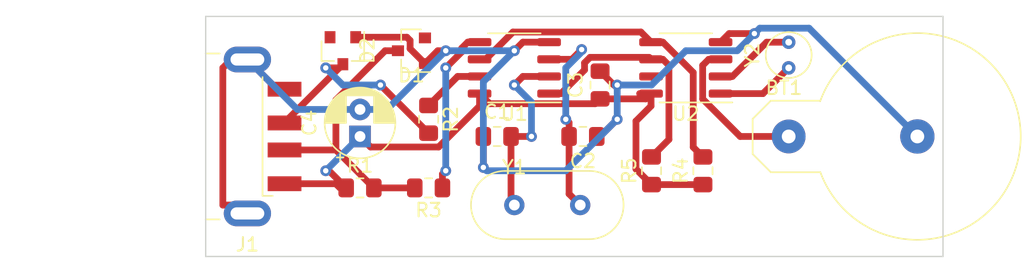
<source format=kicad_pcb>
(kicad_pcb (version 20171130) (host pcbnew 5.1.9-1.fc33)

  (general
    (thickness 1.6)
    (drawings 4)
    (tracks 142)
    (zones 0)
    (modules 17)
    (nets 15)
  )

  (page A4)
  (layers
    (0 F.Cu signal)
    (31 B.Cu signal)
    (33 F.Adhes user hide)
    (35 F.Paste user hide)
    (37 F.SilkS user hide)
    (38 B.Mask user hide)
    (39 F.Mask user hide)
    (40 Dwgs.User user hide)
    (41 Cmts.User user)
    (42 Eco1.User user)
    (43 Eco2.User user)
    (44 Edge.Cuts user)
    (45 Margin user)
    (46 B.CrtYd user)
    (47 F.CrtYd user)
    (49 F.Fab user)
  )

  (setup
    (last_trace_width 0.5)
    (user_trace_width 1)
    (trace_clearance 0.2)
    (zone_clearance 0.8)
    (zone_45_only no)
    (trace_min 0.2)
    (via_size 0.8)
    (via_drill 0.4)
    (via_min_size 0.4)
    (via_min_drill 0.3)
    (uvia_size 0.3)
    (uvia_drill 0.1)
    (uvias_allowed no)
    (uvia_min_size 0.2)
    (uvia_min_drill 0.1)
    (edge_width 0.15)
    (segment_width 0.2)
    (pcb_text_width 0.3)
    (pcb_text_size 1.5 1.5)
    (mod_edge_width 0.15)
    (mod_text_size 1 1)
    (mod_text_width 0.15)
    (pad_size 2.2 2.2)
    (pad_drill 2.2)
    (pad_to_mask_clearance 0.2)
    (solder_mask_min_width 0.25)
    (aux_axis_origin 29.21 146.05)
    (grid_origin 29.21 146.05)
    (visible_elements FFFFFF7F)
    (pcbplotparams
      (layerselection 0x010e0_ffffffff)
      (usegerberextensions true)
      (usegerberattributes false)
      (usegerberadvancedattributes false)
      (creategerberjobfile false)
      (excludeedgelayer true)
      (linewidth 0.100000)
      (plotframeref false)
      (viasonmask false)
      (mode 1)
      (useauxorigin false)
      (hpglpennumber 1)
      (hpglpenspeed 20)
      (hpglpendiameter 15.000000)
      (psnegative false)
      (psa4output false)
      (plotreference true)
      (plotvalue true)
      (plotinvisibletext false)
      (padsonsilk true)
      (subtractmaskfromsilk false)
      (outputformat 1)
      (mirror false)
      (drillshape 0)
      (scaleselection 1)
      (outputdirectory "gerber/"))
  )

  (net 0 "")
  (net 1 "Net-(BT1-Pad1)")
  (net 2 GND)
  (net 3 "Net-(C1-Pad2)")
  (net 4 "Net-(C2-Pad2)")
  (net 5 "Net-(D1-Pad1)")
  (net 6 "Net-(D2-Pad1)")
  (net 7 +5V)
  (net 8 "Net-(R2-Pad1)")
  (net 9 "Net-(R3-Pad1)")
  (net 10 /SDA_5V)
  (net 11 /SCL_5V)
  (net 12 "Net-(U2-Pad7)")
  (net 13 "Net-(U2-Pad2)")
  (net 14 "Net-(U2-Pad1)")

  (net_class Default "This is the default net class."
    (clearance 0.2)
    (trace_width 0.5)
    (via_dia 0.8)
    (via_drill 0.4)
    (uvia_dia 0.3)
    (uvia_drill 0.1)
    (diff_pair_width 0.5)
    (diff_pair_gap 0.25)
    (add_net +5V)
    (add_net /SCL_5V)
    (add_net /SDA_5V)
    (add_net GND)
    (add_net "Net-(BT1-Pad1)")
    (add_net "Net-(C1-Pad2)")
    (add_net "Net-(C2-Pad2)")
    (add_net "Net-(D1-Pad1)")
    (add_net "Net-(D2-Pad1)")
    (add_net "Net-(R2-Pad1)")
    (add_net "Net-(R3-Pad1)")
    (add_net "Net-(U2-Pad1)")
    (add_net "Net-(U2-Pad2)")
    (add_net "Net-(U2-Pad7)")
  )

  (net_class Normal ""
    (clearance 0.2)
    (trace_width 1)
    (via_dia 0.8)
    (via_drill 0.4)
    (uvia_dia 0.3)
    (uvia_drill 0.1)
    (diff_pair_width 0.5)
    (diff_pair_gap 0.25)
  )

  (module Crystal:Crystal_HC49-U_Vertical (layer F.Cu) (tedit 5A1AD3B8) (tstamp 5F20E61A)
    (at 52.07 142.24)
    (descr "Crystal THT HC-49/U http://5hertz.com/pdfs/04404_D.pdf")
    (tags "THT crystalHC-49/U")
    (path /5BB3E335)
    (fp_text reference Y1 (at 0 -2.8) (layer F.SilkS)
      (effects (font (size 1 1) (thickness 0.15)))
    )
    (fp_text value 12Mhz (at 0 2.8) (layer F.Fab)
      (effects (font (size 1 1) (thickness 0.15)))
    )
    (fp_arc (start 5.565 0) (end 5.565 -2.525) (angle 180) (layer F.SilkS) (width 0.12))
    (fp_arc (start -0.685 0) (end -0.685 -2.525) (angle -180) (layer F.SilkS) (width 0.12))
    (fp_arc (start 5.44 0) (end 5.44 -2) (angle 180) (layer F.Fab) (width 0.1))
    (fp_arc (start -0.56 0) (end -0.56 -2) (angle -180) (layer F.Fab) (width 0.1))
    (fp_arc (start 5.565 0) (end 5.565 -2.325) (angle 180) (layer F.Fab) (width 0.1))
    (fp_arc (start -0.685 0) (end -0.685 -2.325) (angle -180) (layer F.Fab) (width 0.1))
    (fp_text user %R (at 0 0) (layer F.Fab)
      (effects (font (size 1 1) (thickness 0.15)))
    )
    (fp_line (start -0.685 -2.325) (end 5.565 -2.325) (layer F.Fab) (width 0.1))
    (fp_line (start -0.685 2.325) (end 5.565 2.325) (layer F.Fab) (width 0.1))
    (fp_line (start -0.56 -2) (end 5.44 -2) (layer F.Fab) (width 0.1))
    (fp_line (start -0.56 2) (end 5.44 2) (layer F.Fab) (width 0.1))
    (fp_line (start -0.685 -2.525) (end 5.565 -2.525) (layer F.SilkS) (width 0.12))
    (fp_line (start -0.685 2.525) (end 5.565 2.525) (layer F.SilkS) (width 0.12))
    (fp_line (start -3.5 -2.8) (end -3.5 2.8) (layer F.CrtYd) (width 0.05))
    (fp_line (start -3.5 2.8) (end 8.4 2.8) (layer F.CrtYd) (width 0.05))
    (fp_line (start 8.4 2.8) (end 8.4 -2.8) (layer F.CrtYd) (width 0.05))
    (fp_line (start 8.4 -2.8) (end -3.5 -2.8) (layer F.CrtYd) (width 0.05))
    (pad 2 thru_hole circle (at 4.88 0) (size 1.5 1.5) (drill 0.8) (layers *.Cu *.Mask)
      (net 4 "Net-(C2-Pad2)"))
    (pad 1 thru_hole circle (at 0 0) (size 1.5 1.5) (drill 0.8) (layers *.Cu *.Mask)
      (net 3 "Net-(C1-Pad2)"))
    (model ${KISYS3DMOD}/Crystal.3dshapes/Crystal_HC49-U_Vertical.wrl
      (at (xyz 0 0 0))
      (scale (xyz 1 1 1))
      (rotate (xyz 0 0 0))
    )
  )

  (module Capacitor_SMD:C_0805_2012Metric_Pad1.15x1.40mm_HandSolder (layer F.Cu) (tedit 5B36C52B) (tstamp 5F20D1C1)
    (at 58.42 133.35 90)
    (descr "Capacitor SMD 0805 (2012 Metric), square (rectangular) end terminal, IPC_7351 nominal with elongated pad for handsoldering. (Body size source: https://docs.google.com/spreadsheets/d/1BsfQQcO9C6DZCsRaXUlFlo91Tg2WpOkGARC1WS5S8t0/edit?usp=sharing), generated with kicad-footprint-generator")
    (tags "capacitor handsolder")
    (path /5F2D344A)
    (attr smd)
    (fp_text reference C3 (at 0 -1.82 90) (layer F.SilkS)
      (effects (font (size 1 1) (thickness 0.15)))
    )
    (fp_text value 100nF (at 0 1.82 90) (layer F.Fab)
      (effects (font (size 1 1) (thickness 0.15)))
    )
    (fp_line (start 1.85 0.95) (end -1.85 0.95) (layer F.CrtYd) (width 0.05))
    (fp_line (start 1.85 -0.95) (end 1.85 0.95) (layer F.CrtYd) (width 0.05))
    (fp_line (start -1.85 -0.95) (end 1.85 -0.95) (layer F.CrtYd) (width 0.05))
    (fp_line (start -1.85 0.95) (end -1.85 -0.95) (layer F.CrtYd) (width 0.05))
    (fp_line (start -0.261252 0.71) (end 0.261252 0.71) (layer F.SilkS) (width 0.12))
    (fp_line (start -0.261252 -0.71) (end 0.261252 -0.71) (layer F.SilkS) (width 0.12))
    (fp_line (start 1 0.6) (end -1 0.6) (layer F.Fab) (width 0.1))
    (fp_line (start 1 -0.6) (end 1 0.6) (layer F.Fab) (width 0.1))
    (fp_line (start -1 -0.6) (end 1 -0.6) (layer F.Fab) (width 0.1))
    (fp_line (start -1 0.6) (end -1 -0.6) (layer F.Fab) (width 0.1))
    (fp_text user %R (at 0 0 90) (layer F.Fab)
      (effects (font (size 0.8 0.8) (thickness 0.12)))
    )
    (pad 2 smd roundrect (at 1.025 0 90) (size 1.15 1.4) (layers F.Cu F.Paste F.Mask) (roundrect_rratio 0.217391)
      (net 2 GND))
    (pad 1 smd roundrect (at -1.025 0 90) (size 1.15 1.4) (layers F.Cu F.Paste F.Mask) (roundrect_rratio 0.217391)
      (net 7 +5V))
    (model ${KISYS3DMOD}/Capacitor_SMD.3dshapes/C_0805_2012Metric.wrl
      (at (xyz 0 0 0))
      (scale (xyz 1 1 1))
      (rotate (xyz 0 0 0))
    )
  )

  (module Capacitor_SMD:C_0805_2012Metric_Pad1.15x1.40mm_HandSolder (layer F.Cu) (tedit 5B36C52B) (tstamp 5F20D1B0)
    (at 57.15 137.16 180)
    (descr "Capacitor SMD 0805 (2012 Metric), square (rectangular) end terminal, IPC_7351 nominal with elongated pad for handsoldering. (Body size source: https://docs.google.com/spreadsheets/d/1BsfQQcO9C6DZCsRaXUlFlo91Tg2WpOkGARC1WS5S8t0/edit?usp=sharing), generated with kicad-footprint-generator")
    (tags "capacitor handsolder")
    (path /5BB3E48C)
    (attr smd)
    (fp_text reference C2 (at 0 -1.82) (layer F.SilkS)
      (effects (font (size 1 1) (thickness 0.15)))
    )
    (fp_text value 22p (at 0 1.82) (layer F.Fab)
      (effects (font (size 1 1) (thickness 0.15)))
    )
    (fp_line (start 1.85 0.95) (end -1.85 0.95) (layer F.CrtYd) (width 0.05))
    (fp_line (start 1.85 -0.95) (end 1.85 0.95) (layer F.CrtYd) (width 0.05))
    (fp_line (start -1.85 -0.95) (end 1.85 -0.95) (layer F.CrtYd) (width 0.05))
    (fp_line (start -1.85 0.95) (end -1.85 -0.95) (layer F.CrtYd) (width 0.05))
    (fp_line (start -0.261252 0.71) (end 0.261252 0.71) (layer F.SilkS) (width 0.12))
    (fp_line (start -0.261252 -0.71) (end 0.261252 -0.71) (layer F.SilkS) (width 0.12))
    (fp_line (start 1 0.6) (end -1 0.6) (layer F.Fab) (width 0.1))
    (fp_line (start 1 -0.6) (end 1 0.6) (layer F.Fab) (width 0.1))
    (fp_line (start -1 -0.6) (end 1 -0.6) (layer F.Fab) (width 0.1))
    (fp_line (start -1 0.6) (end -1 -0.6) (layer F.Fab) (width 0.1))
    (fp_text user %R (at 0 0) (layer F.Fab)
      (effects (font (size 0.8 0.8) (thickness 0.12)))
    )
    (pad 2 smd roundrect (at 1.025 0 180) (size 1.15 1.4) (layers F.Cu F.Paste F.Mask) (roundrect_rratio 0.217391)
      (net 4 "Net-(C2-Pad2)"))
    (pad 1 smd roundrect (at -1.025 0 180) (size 1.15 1.4) (layers F.Cu F.Paste F.Mask) (roundrect_rratio 0.217391)
      (net 2 GND))
    (model ${KISYS3DMOD}/Capacitor_SMD.3dshapes/C_0805_2012Metric.wrl
      (at (xyz 0 0 0))
      (scale (xyz 1 1 1))
      (rotate (xyz 0 0 0))
    )
  )

  (module Capacitor_SMD:C_0805_2012Metric_Pad1.15x1.40mm_HandSolder (layer F.Cu) (tedit 5B36C52B) (tstamp 5F20D19F)
    (at 50.8 137.16)
    (descr "Capacitor SMD 0805 (2012 Metric), square (rectangular) end terminal, IPC_7351 nominal with elongated pad for handsoldering. (Body size source: https://docs.google.com/spreadsheets/d/1BsfQQcO9C6DZCsRaXUlFlo91Tg2WpOkGARC1WS5S8t0/edit?usp=sharing), generated with kicad-footprint-generator")
    (tags "capacitor handsolder")
    (path /5BB3E432)
    (attr smd)
    (fp_text reference C1 (at 0 -1.82) (layer F.SilkS)
      (effects (font (size 1 1) (thickness 0.15)))
    )
    (fp_text value 22p (at 0 1.82) (layer F.Fab)
      (effects (font (size 1 1) (thickness 0.15)))
    )
    (fp_line (start 1.85 0.95) (end -1.85 0.95) (layer F.CrtYd) (width 0.05))
    (fp_line (start 1.85 -0.95) (end 1.85 0.95) (layer F.CrtYd) (width 0.05))
    (fp_line (start -1.85 -0.95) (end 1.85 -0.95) (layer F.CrtYd) (width 0.05))
    (fp_line (start -1.85 0.95) (end -1.85 -0.95) (layer F.CrtYd) (width 0.05))
    (fp_line (start -0.261252 0.71) (end 0.261252 0.71) (layer F.SilkS) (width 0.12))
    (fp_line (start -0.261252 -0.71) (end 0.261252 -0.71) (layer F.SilkS) (width 0.12))
    (fp_line (start 1 0.6) (end -1 0.6) (layer F.Fab) (width 0.1))
    (fp_line (start 1 -0.6) (end 1 0.6) (layer F.Fab) (width 0.1))
    (fp_line (start -1 -0.6) (end 1 -0.6) (layer F.Fab) (width 0.1))
    (fp_line (start -1 0.6) (end -1 -0.6) (layer F.Fab) (width 0.1))
    (fp_text user %R (at 0 0) (layer F.Fab)
      (effects (font (size 0.8 0.8) (thickness 0.12)))
    )
    (pad 2 smd roundrect (at 1.025 0) (size 1.15 1.4) (layers F.Cu F.Paste F.Mask) (roundrect_rratio 0.217391)
      (net 3 "Net-(C1-Pad2)"))
    (pad 1 smd roundrect (at -1.025 0) (size 1.15 1.4) (layers F.Cu F.Paste F.Mask) (roundrect_rratio 0.217391)
      (net 2 GND))
    (model ${KISYS3DMOD}/Capacitor_SMD.3dshapes/C_0805_2012Metric.wrl
      (at (xyz 0 0 0))
      (scale (xyz 1 1 1))
      (rotate (xyz 0 0 0))
    )
  )

  (module Diode_SMD:D_SOT-23_ANK (layer F.Cu) (tedit 587CCEF9) (tstamp 5F20D26A)
    (at 39.37 130.81 270)
    (descr "SOT-23, Single Diode")
    (tags SOT-23)
    (path /5BB3ECD9)
    (attr smd)
    (fp_text reference D2 (at 0 -1.82 90) (layer F.SilkS)
      (effects (font (size 1 1) (thickness 0.15)))
    )
    (fp_text value 3V6 (at 0 1.82 90) (layer F.Fab)
      (effects (font (size 1 1) (thickness 0.15)))
    )
    (fp_line (start 0.76 1.58) (end -0.7 1.58) (layer F.SilkS) (width 0.12))
    (fp_line (start -0.7 -1.52) (end -0.7 1.52) (layer F.Fab) (width 0.1))
    (fp_line (start -0.7 -1.52) (end 0.7 -1.52) (layer F.Fab) (width 0.1))
    (fp_line (start 0.76 -1.58) (end -1.4 -1.58) (layer F.SilkS) (width 0.12))
    (fp_line (start -1.7 1.75) (end -1.7 -1.75) (layer F.CrtYd) (width 0.05))
    (fp_line (start 1.7 1.75) (end -1.7 1.75) (layer F.CrtYd) (width 0.05))
    (fp_line (start 1.7 -1.75) (end 1.7 1.75) (layer F.CrtYd) (width 0.05))
    (fp_line (start -1.7 -1.75) (end 1.7 -1.75) (layer F.CrtYd) (width 0.05))
    (fp_line (start -0.7 1.52) (end 0.7 1.52) (layer F.Fab) (width 0.1))
    (fp_line (start 0.7 -1.52) (end 0.7 1.52) (layer F.Fab) (width 0.1))
    (fp_line (start 0.76 -1.58) (end 0.76 -0.65) (layer F.SilkS) (width 0.12))
    (fp_line (start 0.76 1.58) (end 0.76 0.65) (layer F.SilkS) (width 0.12))
    (fp_line (start 0.15 -0.65) (end 0.15 -0.25) (layer F.Fab) (width 0.1))
    (fp_line (start 0.15 -0.45) (end 0.4 -0.45) (layer F.Fab) (width 0.1))
    (fp_line (start 0.15 -0.45) (end -0.15 -0.65) (layer F.Fab) (width 0.1))
    (fp_line (start -0.15 -0.65) (end -0.15 -0.25) (layer F.Fab) (width 0.1))
    (fp_line (start -0.15 -0.25) (end 0.15 -0.45) (layer F.Fab) (width 0.1))
    (fp_line (start -0.15 -0.45) (end -0.4 -0.45) (layer F.Fab) (width 0.1))
    (fp_text user %R (at 0 0 90) (layer F.Fab)
      (effects (font (size 0.8 0.8) (thickness 0.12)))
    )
    (pad 1 smd rect (at 1 0 270) (size 0.9 0.8) (layers F.Cu F.Paste F.Mask)
      (net 6 "Net-(D2-Pad1)"))
    (pad "" smd rect (at -1 0.95 270) (size 0.9 0.8) (layers F.Cu F.Paste F.Mask))
    (pad 2 smd rect (at -1 -0.95 270) (size 0.9 0.8) (layers F.Cu F.Paste F.Mask)
      (net 2 GND))
    (model ${KISYS3DMOD}/Diode_SMD.3dshapes/D_SOT-23.wrl
      (at (xyz 0 0 0))
      (scale (xyz 1 1 1))
      (rotate (xyz 0 0 0))
    )
  )

  (module Diode_SMD:D_SOT-23_ANK (layer F.Cu) (tedit 587CCEF9) (tstamp 5F20D257)
    (at 44.45 130.81 180)
    (descr "SOT-23, Single Diode")
    (tags SOT-23)
    (path /5BB3ED55)
    (attr smd)
    (fp_text reference D1 (at 0 -1.82) (layer F.SilkS)
      (effects (font (size 1 1) (thickness 0.15)))
    )
    (fp_text value 3V6 (at 0 1.82) (layer F.Fab)
      (effects (font (size 1 1) (thickness 0.15)))
    )
    (fp_line (start 0.76 1.58) (end -0.7 1.58) (layer F.SilkS) (width 0.12))
    (fp_line (start -0.7 -1.52) (end -0.7 1.52) (layer F.Fab) (width 0.1))
    (fp_line (start -0.7 -1.52) (end 0.7 -1.52) (layer F.Fab) (width 0.1))
    (fp_line (start 0.76 -1.58) (end -1.4 -1.58) (layer F.SilkS) (width 0.12))
    (fp_line (start -1.7 1.75) (end -1.7 -1.75) (layer F.CrtYd) (width 0.05))
    (fp_line (start 1.7 1.75) (end -1.7 1.75) (layer F.CrtYd) (width 0.05))
    (fp_line (start 1.7 -1.75) (end 1.7 1.75) (layer F.CrtYd) (width 0.05))
    (fp_line (start -1.7 -1.75) (end 1.7 -1.75) (layer F.CrtYd) (width 0.05))
    (fp_line (start -0.7 1.52) (end 0.7 1.52) (layer F.Fab) (width 0.1))
    (fp_line (start 0.7 -1.52) (end 0.7 1.52) (layer F.Fab) (width 0.1))
    (fp_line (start 0.76 -1.58) (end 0.76 -0.65) (layer F.SilkS) (width 0.12))
    (fp_line (start 0.76 1.58) (end 0.76 0.65) (layer F.SilkS) (width 0.12))
    (fp_line (start 0.15 -0.65) (end 0.15 -0.25) (layer F.Fab) (width 0.1))
    (fp_line (start 0.15 -0.45) (end 0.4 -0.45) (layer F.Fab) (width 0.1))
    (fp_line (start 0.15 -0.45) (end -0.15 -0.65) (layer F.Fab) (width 0.1))
    (fp_line (start -0.15 -0.65) (end -0.15 -0.25) (layer F.Fab) (width 0.1))
    (fp_line (start -0.15 -0.25) (end 0.15 -0.45) (layer F.Fab) (width 0.1))
    (fp_line (start -0.15 -0.45) (end -0.4 -0.45) (layer F.Fab) (width 0.1))
    (fp_text user %R (at 0 0) (layer F.Fab)
      (effects (font (size 0.8 0.8) (thickness 0.12)))
    )
    (pad 1 smd rect (at 1 0 180) (size 0.9 0.8) (layers F.Cu F.Paste F.Mask)
      (net 5 "Net-(D1-Pad1)"))
    (pad "" smd rect (at -1 0.95 180) (size 0.9 0.8) (layers F.Cu F.Paste F.Mask))
    (pad 2 smd rect (at -1 -0.95 180) (size 0.9 0.8) (layers F.Cu F.Paste F.Mask)
      (net 2 GND))
    (model ${KISYS3DMOD}/Diode_SMD.3dshapes/D_SOT-23.wrl
      (at (xyz 0 0 0))
      (scale (xyz 1 1 1))
      (rotate (xyz 0 0 0))
    )
  )

  (module Resistor_SMD:R_0805_2012Metric_Pad1.15x1.40mm_HandSolder (layer F.Cu) (tedit 5B36C52B) (tstamp 5F20D303)
    (at 62.23 139.7 90)
    (descr "Resistor SMD 0805 (2012 Metric), square (rectangular) end terminal, IPC_7351 nominal with elongated pad for handsoldering. (Body size source: https://docs.google.com/spreadsheets/d/1BsfQQcO9C6DZCsRaXUlFlo91Tg2WpOkGARC1WS5S8t0/edit?usp=sharing), generated with kicad-footprint-generator")
    (tags "resistor handsolder")
    (path /5F215103)
    (attr smd)
    (fp_text reference R5 (at 0 -1.65 90) (layer F.SilkS)
      (effects (font (size 1 1) (thickness 0.15)))
    )
    (fp_text value 10k (at 0 1.65 90) (layer F.Fab)
      (effects (font (size 1 1) (thickness 0.15)))
    )
    (fp_line (start 1.85 0.95) (end -1.85 0.95) (layer F.CrtYd) (width 0.05))
    (fp_line (start 1.85 -0.95) (end 1.85 0.95) (layer F.CrtYd) (width 0.05))
    (fp_line (start -1.85 -0.95) (end 1.85 -0.95) (layer F.CrtYd) (width 0.05))
    (fp_line (start -1.85 0.95) (end -1.85 -0.95) (layer F.CrtYd) (width 0.05))
    (fp_line (start -0.261252 0.71) (end 0.261252 0.71) (layer F.SilkS) (width 0.12))
    (fp_line (start -0.261252 -0.71) (end 0.261252 -0.71) (layer F.SilkS) (width 0.12))
    (fp_line (start 1 0.6) (end -1 0.6) (layer F.Fab) (width 0.1))
    (fp_line (start 1 -0.6) (end 1 0.6) (layer F.Fab) (width 0.1))
    (fp_line (start -1 -0.6) (end 1 -0.6) (layer F.Fab) (width 0.1))
    (fp_line (start -1 0.6) (end -1 -0.6) (layer F.Fab) (width 0.1))
    (fp_text user %R (at 0 0 90) (layer F.Fab)
      (effects (font (size 0.5 0.5) (thickness 0.08)))
    )
    (pad 2 smd roundrect (at 1.025 0 90) (size 1.15 1.4) (layers F.Cu F.Paste F.Mask) (roundrect_rratio 0.217391)
      (net 11 /SCL_5V))
    (pad 1 smd roundrect (at -1.025 0 90) (size 1.15 1.4) (layers F.Cu F.Paste F.Mask) (roundrect_rratio 0.217391)
      (net 7 +5V))
    (model ${KISYS3DMOD}/Resistor_SMD.3dshapes/R_0805_2012Metric.wrl
      (at (xyz 0 0 0))
      (scale (xyz 1 1 1))
      (rotate (xyz 0 0 0))
    )
  )

  (module Resistor_SMD:R_0805_2012Metric_Pad1.15x1.40mm_HandSolder (layer F.Cu) (tedit 5B36C52B) (tstamp 5F20D2F2)
    (at 66.04 139.7 90)
    (descr "Resistor SMD 0805 (2012 Metric), square (rectangular) end terminal, IPC_7351 nominal with elongated pad for handsoldering. (Body size source: https://docs.google.com/spreadsheets/d/1BsfQQcO9C6DZCsRaXUlFlo91Tg2WpOkGARC1WS5S8t0/edit?usp=sharing), generated with kicad-footprint-generator")
    (tags "resistor handsolder")
    (path /5F2166EB)
    (attr smd)
    (fp_text reference R4 (at 0 -1.65 90) (layer F.SilkS)
      (effects (font (size 1 1) (thickness 0.15)))
    )
    (fp_text value 10k (at 0 1.65 90) (layer F.Fab)
      (effects (font (size 1 1) (thickness 0.15)))
    )
    (fp_line (start 1.85 0.95) (end -1.85 0.95) (layer F.CrtYd) (width 0.05))
    (fp_line (start 1.85 -0.95) (end 1.85 0.95) (layer F.CrtYd) (width 0.05))
    (fp_line (start -1.85 -0.95) (end 1.85 -0.95) (layer F.CrtYd) (width 0.05))
    (fp_line (start -1.85 0.95) (end -1.85 -0.95) (layer F.CrtYd) (width 0.05))
    (fp_line (start -0.261252 0.71) (end 0.261252 0.71) (layer F.SilkS) (width 0.12))
    (fp_line (start -0.261252 -0.71) (end 0.261252 -0.71) (layer F.SilkS) (width 0.12))
    (fp_line (start 1 0.6) (end -1 0.6) (layer F.Fab) (width 0.1))
    (fp_line (start 1 -0.6) (end 1 0.6) (layer F.Fab) (width 0.1))
    (fp_line (start -1 -0.6) (end 1 -0.6) (layer F.Fab) (width 0.1))
    (fp_line (start -1 0.6) (end -1 -0.6) (layer F.Fab) (width 0.1))
    (fp_text user %R (at 0 0 90) (layer F.Fab)
      (effects (font (size 0.5 0.5) (thickness 0.08)))
    )
    (pad 2 smd roundrect (at 1.025 0 90) (size 1.15 1.4) (layers F.Cu F.Paste F.Mask) (roundrect_rratio 0.217391)
      (net 10 /SDA_5V))
    (pad 1 smd roundrect (at -1.025 0 90) (size 1.15 1.4) (layers F.Cu F.Paste F.Mask) (roundrect_rratio 0.217391)
      (net 7 +5V))
    (model ${KISYS3DMOD}/Resistor_SMD.3dshapes/R_0805_2012Metric.wrl
      (at (xyz 0 0 0))
      (scale (xyz 1 1 1))
      (rotate (xyz 0 0 0))
    )
  )

  (module Resistor_SMD:R_0805_2012Metric_Pad1.15x1.40mm_HandSolder (layer F.Cu) (tedit 5B36C52B) (tstamp 5F20D2E1)
    (at 45.72 140.97 180)
    (descr "Resistor SMD 0805 (2012 Metric), square (rectangular) end terminal, IPC_7351 nominal with elongated pad for handsoldering. (Body size source: https://docs.google.com/spreadsheets/d/1BsfQQcO9C6DZCsRaXUlFlo91Tg2WpOkGARC1WS5S8t0/edit?usp=sharing), generated with kicad-footprint-generator")
    (tags "resistor handsolder")
    (path /5BB3DD3F)
    (attr smd)
    (fp_text reference R3 (at 0 -1.65) (layer F.SilkS)
      (effects (font (size 1 1) (thickness 0.15)))
    )
    (fp_text value 68 (at 0 1.65) (layer F.Fab)
      (effects (font (size 1 1) (thickness 0.15)))
    )
    (fp_line (start 1.85 0.95) (end -1.85 0.95) (layer F.CrtYd) (width 0.05))
    (fp_line (start 1.85 -0.95) (end 1.85 0.95) (layer F.CrtYd) (width 0.05))
    (fp_line (start -1.85 -0.95) (end 1.85 -0.95) (layer F.CrtYd) (width 0.05))
    (fp_line (start -1.85 0.95) (end -1.85 -0.95) (layer F.CrtYd) (width 0.05))
    (fp_line (start -0.261252 0.71) (end 0.261252 0.71) (layer F.SilkS) (width 0.12))
    (fp_line (start -0.261252 -0.71) (end 0.261252 -0.71) (layer F.SilkS) (width 0.12))
    (fp_line (start 1 0.6) (end -1 0.6) (layer F.Fab) (width 0.1))
    (fp_line (start 1 -0.6) (end 1 0.6) (layer F.Fab) (width 0.1))
    (fp_line (start -1 -0.6) (end 1 -0.6) (layer F.Fab) (width 0.1))
    (fp_line (start -1 0.6) (end -1 -0.6) (layer F.Fab) (width 0.1))
    (fp_text user %R (at 0 0) (layer F.Fab)
      (effects (font (size 0.5 0.5) (thickness 0.08)))
    )
    (pad 2 smd roundrect (at 1.025 0 180) (size 1.15 1.4) (layers F.Cu F.Paste F.Mask) (roundrect_rratio 0.217391)
      (net 5 "Net-(D1-Pad1)"))
    (pad 1 smd roundrect (at -1.025 0 180) (size 1.15 1.4) (layers F.Cu F.Paste F.Mask) (roundrect_rratio 0.217391)
      (net 9 "Net-(R3-Pad1)"))
    (model ${KISYS3DMOD}/Resistor_SMD.3dshapes/R_0805_2012Metric.wrl
      (at (xyz 0 0 0))
      (scale (xyz 1 1 1))
      (rotate (xyz 0 0 0))
    )
  )

  (module Resistor_SMD:R_0805_2012Metric_Pad1.15x1.40mm_HandSolder (layer F.Cu) (tedit 5B36C52B) (tstamp 5F20D2D0)
    (at 45.72 135.89 270)
    (descr "Resistor SMD 0805 (2012 Metric), square (rectangular) end terminal, IPC_7351 nominal with elongated pad for handsoldering. (Body size source: https://docs.google.com/spreadsheets/d/1BsfQQcO9C6DZCsRaXUlFlo91Tg2WpOkGARC1WS5S8t0/edit?usp=sharing), generated with kicad-footprint-generator")
    (tags "resistor handsolder")
    (path /5BB3DD67)
    (attr smd)
    (fp_text reference R2 (at 0 -1.65 90) (layer F.SilkS)
      (effects (font (size 1 1) (thickness 0.15)))
    )
    (fp_text value 68 (at 0 1.65 90) (layer F.Fab)
      (effects (font (size 1 1) (thickness 0.15)))
    )
    (fp_line (start 1.85 0.95) (end -1.85 0.95) (layer F.CrtYd) (width 0.05))
    (fp_line (start 1.85 -0.95) (end 1.85 0.95) (layer F.CrtYd) (width 0.05))
    (fp_line (start -1.85 -0.95) (end 1.85 -0.95) (layer F.CrtYd) (width 0.05))
    (fp_line (start -1.85 0.95) (end -1.85 -0.95) (layer F.CrtYd) (width 0.05))
    (fp_line (start -0.261252 0.71) (end 0.261252 0.71) (layer F.SilkS) (width 0.12))
    (fp_line (start -0.261252 -0.71) (end 0.261252 -0.71) (layer F.SilkS) (width 0.12))
    (fp_line (start 1 0.6) (end -1 0.6) (layer F.Fab) (width 0.1))
    (fp_line (start 1 -0.6) (end 1 0.6) (layer F.Fab) (width 0.1))
    (fp_line (start -1 -0.6) (end 1 -0.6) (layer F.Fab) (width 0.1))
    (fp_line (start -1 0.6) (end -1 -0.6) (layer F.Fab) (width 0.1))
    (fp_text user %R (at 0 0 90) (layer F.Fab)
      (effects (font (size 0.5 0.5) (thickness 0.08)))
    )
    (pad 2 smd roundrect (at 1.025 0 270) (size 1.15 1.4) (layers F.Cu F.Paste F.Mask) (roundrect_rratio 0.217391)
      (net 6 "Net-(D2-Pad1)"))
    (pad 1 smd roundrect (at -1.025 0 270) (size 1.15 1.4) (layers F.Cu F.Paste F.Mask) (roundrect_rratio 0.217391)
      (net 8 "Net-(R2-Pad1)"))
    (model ${KISYS3DMOD}/Resistor_SMD.3dshapes/R_0805_2012Metric.wrl
      (at (xyz 0 0 0))
      (scale (xyz 1 1 1))
      (rotate (xyz 0 0 0))
    )
  )

  (module Resistor_SMD:R_0805_2012Metric_Pad1.15x1.40mm_HandSolder (layer F.Cu) (tedit 5B36C52B) (tstamp 5F20D2BF)
    (at 40.64 140.97)
    (descr "Resistor SMD 0805 (2012 Metric), square (rectangular) end terminal, IPC_7351 nominal with elongated pad for handsoldering. (Body size source: https://docs.google.com/spreadsheets/d/1BsfQQcO9C6DZCsRaXUlFlo91Tg2WpOkGARC1WS5S8t0/edit?usp=sharing), generated with kicad-footprint-generator")
    (tags "resistor handsolder")
    (path /5BB3EDCD)
    (attr smd)
    (fp_text reference R1 (at 0 -1.65) (layer F.SilkS)
      (effects (font (size 1 1) (thickness 0.15)))
    )
    (fp_text value 2K2 (at 0 1.65) (layer F.Fab)
      (effects (font (size 1 1) (thickness 0.15)))
    )
    (fp_line (start 1.85 0.95) (end -1.85 0.95) (layer F.CrtYd) (width 0.05))
    (fp_line (start 1.85 -0.95) (end 1.85 0.95) (layer F.CrtYd) (width 0.05))
    (fp_line (start -1.85 -0.95) (end 1.85 -0.95) (layer F.CrtYd) (width 0.05))
    (fp_line (start -1.85 0.95) (end -1.85 -0.95) (layer F.CrtYd) (width 0.05))
    (fp_line (start -0.261252 0.71) (end 0.261252 0.71) (layer F.SilkS) (width 0.12))
    (fp_line (start -0.261252 -0.71) (end 0.261252 -0.71) (layer F.SilkS) (width 0.12))
    (fp_line (start 1 0.6) (end -1 0.6) (layer F.Fab) (width 0.1))
    (fp_line (start 1 -0.6) (end 1 0.6) (layer F.Fab) (width 0.1))
    (fp_line (start -1 -0.6) (end 1 -0.6) (layer F.Fab) (width 0.1))
    (fp_line (start -1 0.6) (end -1 -0.6) (layer F.Fab) (width 0.1))
    (fp_text user %R (at 0 0) (layer F.Fab)
      (effects (font (size 0.5 0.5) (thickness 0.08)))
    )
    (pad 2 smd roundrect (at 1.025 0) (size 1.15 1.4) (layers F.Cu F.Paste F.Mask) (roundrect_rratio 0.217391)
      (net 5 "Net-(D1-Pad1)"))
    (pad 1 smd roundrect (at -1.025 0) (size 1.15 1.4) (layers F.Cu F.Paste F.Mask) (roundrect_rratio 0.217391)
      (net 7 +5V))
    (model ${KISYS3DMOD}/Resistor_SMD.3dshapes/R_0805_2012Metric.wrl
      (at (xyz 0 0 0))
      (scale (xyz 1 1 1))
      (rotate (xyz 0 0 0))
    )
  )

  (module Crystal:Crystal_Round_D3.0mm_Vertical (layer F.Cu) (tedit 5A0FD1B2) (tstamp 5F20D35D)
    (at 72.39 132.08 90)
    (descr "Crystal THT C38-LF 8.0mm length 3.0mm diameter")
    (tags ['C38-LF'])
    (path /5F243393)
    (fp_text reference Y2 (at 0.95 -2.7 90) (layer F.SilkS)
      (effects (font (size 1 1) (thickness 0.15)))
    )
    (fp_text value 32.768kHz (at 0.95 2.7 90) (layer F.Fab)
      (effects (font (size 1 1) (thickness 0.15)))
    )
    (fp_circle (center 0.95 0) (end 2.9 0) (layer F.CrtYd) (width 0.05))
    (fp_circle (center 0.95 0) (end 2.45 0) (layer F.Fab) (width 0.1))
    (fp_arc (start 0.95 0) (end -0.75 0) (angle -180) (layer F.SilkS) (width 0.12))
    (fp_arc (start 0.95 0) (end -0.75 0) (angle 180) (layer F.SilkS) (width 0.12))
    (fp_text user %R (at 0.95 0 90) (layer F.Fab)
      (effects (font (size 0.7 0.7) (thickness 0.105)))
    )
    (pad 2 thru_hole circle (at 1.9 0 90) (size 1 1) (drill 0.5) (layers *.Cu *.Mask)
      (net 13 "Net-(U2-Pad2)"))
    (pad 1 thru_hole circle (at 0 0 90) (size 1 1) (drill 0.5) (layers *.Cu *.Mask)
      (net 14 "Net-(U2-Pad1)"))
    (model ${KISYS3DMOD}/Crystal.3dshapes/Crystal_Round_D3.0mm_Vertical.wrl
      (at (xyz 0 0 0))
      (scale (xyz 1 1 1))
      (rotate (xyz 0 0 0))
    )
  )

  (module Package_SO:SO-8_3.9x4.9mm_P1.27mm (layer F.Cu) (tedit 5D9F72B1) (tstamp 5F20D337)
    (at 64.77 132.08 180)
    (descr "SO, 8 Pin (https://www.nxp.com/docs/en/data-sheet/PCF8523.pdf), generated with kicad-footprint-generator ipc_gullwing_generator.py")
    (tags "SO SO")
    (path /5F24197F)
    (attr smd)
    (fp_text reference U2 (at 0 -3.4) (layer F.SilkS)
      (effects (font (size 1 1) (thickness 0.15)))
    )
    (fp_text value DS1307+ (at 0 3.4) (layer F.Fab)
      (effects (font (size 1 1) (thickness 0.15)))
    )
    (fp_line (start 3.7 -2.7) (end -3.7 -2.7) (layer F.CrtYd) (width 0.05))
    (fp_line (start 3.7 2.7) (end 3.7 -2.7) (layer F.CrtYd) (width 0.05))
    (fp_line (start -3.7 2.7) (end 3.7 2.7) (layer F.CrtYd) (width 0.05))
    (fp_line (start -3.7 -2.7) (end -3.7 2.7) (layer F.CrtYd) (width 0.05))
    (fp_line (start -1.95 -1.475) (end -0.975 -2.45) (layer F.Fab) (width 0.1))
    (fp_line (start -1.95 2.45) (end -1.95 -1.475) (layer F.Fab) (width 0.1))
    (fp_line (start 1.95 2.45) (end -1.95 2.45) (layer F.Fab) (width 0.1))
    (fp_line (start 1.95 -2.45) (end 1.95 2.45) (layer F.Fab) (width 0.1))
    (fp_line (start -0.975 -2.45) (end 1.95 -2.45) (layer F.Fab) (width 0.1))
    (fp_line (start 0 -2.56) (end -3.45 -2.56) (layer F.SilkS) (width 0.12))
    (fp_line (start 0 -2.56) (end 1.95 -2.56) (layer F.SilkS) (width 0.12))
    (fp_line (start 0 2.56) (end -1.95 2.56) (layer F.SilkS) (width 0.12))
    (fp_line (start 0 2.56) (end 1.95 2.56) (layer F.SilkS) (width 0.12))
    (fp_text user %R (at 0 0) (layer F.Fab)
      (effects (font (size 0.98 0.98) (thickness 0.15)))
    )
    (pad 8 smd roundrect (at 2.575 -1.905 180) (size 1.75 0.6) (layers F.Cu F.Paste F.Mask) (roundrect_rratio 0.25)
      (net 7 +5V))
    (pad 7 smd roundrect (at 2.575 -0.635 180) (size 1.75 0.6) (layers F.Cu F.Paste F.Mask) (roundrect_rratio 0.25)
      (net 12 "Net-(U2-Pad7)"))
    (pad 6 smd roundrect (at 2.575 0.635 180) (size 1.75 0.6) (layers F.Cu F.Paste F.Mask) (roundrect_rratio 0.25)
      (net 11 /SCL_5V))
    (pad 5 smd roundrect (at 2.575 1.905 180) (size 1.75 0.6) (layers F.Cu F.Paste F.Mask) (roundrect_rratio 0.25)
      (net 10 /SDA_5V))
    (pad 4 smd roundrect (at -2.575 1.905 180) (size 1.75 0.6) (layers F.Cu F.Paste F.Mask) (roundrect_rratio 0.25)
      (net 2 GND))
    (pad 3 smd roundrect (at -2.575 0.635 180) (size 1.75 0.6) (layers F.Cu F.Paste F.Mask) (roundrect_rratio 0.25)
      (net 1 "Net-(BT1-Pad1)"))
    (pad 2 smd roundrect (at -2.575 -0.635 180) (size 1.75 0.6) (layers F.Cu F.Paste F.Mask) (roundrect_rratio 0.25)
      (net 13 "Net-(U2-Pad2)"))
    (pad 1 smd roundrect (at -2.575 -1.905 180) (size 1.75 0.6) (layers F.Cu F.Paste F.Mask) (roundrect_rratio 0.25)
      (net 14 "Net-(U2-Pad1)"))
    (model ${KISYS3DMOD}/Package_SO.3dshapes/SO-8_3.9x4.9mm_P1.27mm.wrl
      (at (xyz 0 0 0))
      (scale (xyz 1 1 1))
      (rotate (xyz 0 0 0))
    )
  )

  (module Package_SO:SO-8_3.9x4.9mm_P1.27mm (layer F.Cu) (tedit 5D9F72B1) (tstamp 5F20D31D)
    (at 52.07 132.08 180)
    (descr "SO, 8 Pin (https://www.nxp.com/docs/en/data-sheet/PCF8523.pdf), generated with kicad-footprint-generator ipc_gullwing_generator.py")
    (tags "SO SO")
    (path /5BB3EC12)
    (attr smd)
    (fp_text reference U1 (at 0 -3.4) (layer F.SilkS)
      (effects (font (size 1 1) (thickness 0.15)))
    )
    (fp_text value ATtiny45-20PU (at 0 3.4) (layer F.Fab)
      (effects (font (size 1 1) (thickness 0.15)))
    )
    (fp_line (start 3.7 -2.7) (end -3.7 -2.7) (layer F.CrtYd) (width 0.05))
    (fp_line (start 3.7 2.7) (end 3.7 -2.7) (layer F.CrtYd) (width 0.05))
    (fp_line (start -3.7 2.7) (end 3.7 2.7) (layer F.CrtYd) (width 0.05))
    (fp_line (start -3.7 -2.7) (end -3.7 2.7) (layer F.CrtYd) (width 0.05))
    (fp_line (start -1.95 -1.475) (end -0.975 -2.45) (layer F.Fab) (width 0.1))
    (fp_line (start -1.95 2.45) (end -1.95 -1.475) (layer F.Fab) (width 0.1))
    (fp_line (start 1.95 2.45) (end -1.95 2.45) (layer F.Fab) (width 0.1))
    (fp_line (start 1.95 -2.45) (end 1.95 2.45) (layer F.Fab) (width 0.1))
    (fp_line (start -0.975 -2.45) (end 1.95 -2.45) (layer F.Fab) (width 0.1))
    (fp_line (start 0 -2.56) (end -3.45 -2.56) (layer F.SilkS) (width 0.12))
    (fp_line (start 0 -2.56) (end 1.95 -2.56) (layer F.SilkS) (width 0.12))
    (fp_line (start 0 2.56) (end -1.95 2.56) (layer F.SilkS) (width 0.12))
    (fp_line (start 0 2.56) (end 1.95 2.56) (layer F.SilkS) (width 0.12))
    (fp_text user %R (at 0 0) (layer F.Fab)
      (effects (font (size 0.98 0.98) (thickness 0.15)))
    )
    (pad 8 smd roundrect (at 2.575 -1.905 180) (size 1.75 0.6) (layers F.Cu F.Paste F.Mask) (roundrect_rratio 0.25)
      (net 7 +5V))
    (pad 7 smd roundrect (at 2.575 -0.635 180) (size 1.75 0.6) (layers F.Cu F.Paste F.Mask) (roundrect_rratio 0.25)
      (net 8 "Net-(R2-Pad1)"))
    (pad 6 smd roundrect (at 2.575 0.635 180) (size 1.75 0.6) (layers F.Cu F.Paste F.Mask) (roundrect_rratio 0.25)
      (net 10 /SDA_5V))
    (pad 5 smd roundrect (at 2.575 1.905 180) (size 1.75 0.6) (layers F.Cu F.Paste F.Mask) (roundrect_rratio 0.25)
      (net 9 "Net-(R3-Pad1)"))
    (pad 4 smd roundrect (at -2.575 1.905 180) (size 1.75 0.6) (layers F.Cu F.Paste F.Mask) (roundrect_rratio 0.25)
      (net 2 GND))
    (pad 3 smd roundrect (at -2.575 0.635 180) (size 1.75 0.6) (layers F.Cu F.Paste F.Mask) (roundrect_rratio 0.25)
      (net 4 "Net-(C2-Pad2)"))
    (pad 2 smd roundrect (at -2.575 -0.635 180) (size 1.75 0.6) (layers F.Cu F.Paste F.Mask) (roundrect_rratio 0.25)
      (net 3 "Net-(C1-Pad2)"))
    (pad 1 smd roundrect (at -2.575 -1.905 180) (size 1.75 0.6) (layers F.Cu F.Paste F.Mask) (roundrect_rratio 0.25)
      (net 11 /SCL_5V))
    (model ${KISYS3DMOD}/Package_SO.3dshapes/SO-8_3.9x4.9mm_P1.27mm.wrl
      (at (xyz 0 0 0))
      (scale (xyz 1 1 1))
      (rotate (xyz 0 0 0))
    )
  )

  (module Connector_USB:USB_A_CNCTech_1001-011-01101_Horizontal (layer F.Cu) (tedit 5E754393) (tstamp 5F20D29E)
    (at 25.4 137.16 180)
    (descr "USB type A Plug, Horizontal, http://cnctech.us/pdfs/1001-011-01101.pdf")
    (tags USB-A)
    (path /5F21A3B3)
    (attr smd)
    (fp_text reference J1 (at -6.9 -8) (layer F.SilkS)
      (effects (font (size 1 1) (thickness 0.15)))
    )
    (fp_text value USB_A (at 0 8 180) (layer F.Fab)
      (effects (font (size 1 1) (thickness 0.15)))
    )
    (fp_line (start -7.25 -4) (end -7.25 -3.05) (layer F.Fab) (width 0.1))
    (fp_line (start -7.75 -3.5) (end -7.25 -4) (layer F.Fab) (width 0.1))
    (fp_line (start -7.75 -3.5) (end -7.25 -3) (layer F.Fab) (width 0.1))
    (fp_line (start -8.02 -4.4) (end -8.775 -4.4) (layer F.SilkS) (width 0.12))
    (fp_line (start -11.4 4.55) (end -9.15 4.55) (layer F.CrtYd) (width 0.05))
    (fp_line (start -9.15 4.55) (end -9.15 7.15) (layer F.CrtYd) (width 0.05))
    (fp_line (start -9.15 7.15) (end -4.65 7.15) (layer F.CrtYd) (width 0.05))
    (fp_line (start -4.65 7.15) (end -4.65 6.52) (layer F.CrtYd) (width 0.05))
    (fp_line (start -4.65 6.52) (end 11.4 6.52) (layer F.CrtYd) (width 0.05))
    (fp_line (start 11.4 6.52) (end 11.4 -6.52) (layer F.CrtYd) (width 0.05))
    (fp_line (start -4.65 -6.52) (end 11.4 -6.52) (layer F.CrtYd) (width 0.05))
    (fp_line (start -4.65 -6.52) (end -4.65 -7.15) (layer F.CrtYd) (width 0.05))
    (fp_line (start -9.15 -7.15) (end -4.65 -7.15) (layer F.CrtYd) (width 0.05))
    (fp_line (start -9.15 -7.15) (end -9.15 -4.55) (layer F.CrtYd) (width 0.05))
    (fp_line (start -11.4 -4.55) (end -9.15 -4.55) (layer F.CrtYd) (width 0.05))
    (fp_line (start -11.4 4.55) (end -11.4 -4.55) (layer F.CrtYd) (width 0.05))
    (fp_line (start -4.85 6.145) (end -3.8 6.145) (layer F.SilkS) (width 0.12))
    (fp_line (start -4.85 -6.145) (end -3.8 -6.145) (layer F.SilkS) (width 0.12))
    (fp_line (start -3.8 6.025) (end -3.8 -6.025) (layer Dwgs.User) (width 0.1))
    (fp_line (start -8.02 -4.4) (end -8.02 4.4) (layer F.SilkS) (width 0.12))
    (fp_circle (center -6.9 2.3) (end -6.9 2.8) (layer F.Fab) (width 0.1))
    (fp_circle (center -6.9 -2.3) (end -6.9 -2.8) (layer F.Fab) (width 0.1))
    (fp_line (start -10.4 -3.25) (end -7.9 -3.25) (layer F.Fab) (width 0.1))
    (fp_line (start -10.4 -3.25) (end -10.4 -3.75) (layer F.Fab) (width 0.1))
    (fp_line (start -10.4 -3.75) (end -7.9 -3.75) (layer F.Fab) (width 0.1))
    (fp_line (start -10.4 -1.25) (end -7.9 -1.25) (layer F.Fab) (width 0.1))
    (fp_line (start -10.4 -0.75) (end -7.9 -0.75) (layer F.Fab) (width 0.1))
    (fp_line (start -10.4 -0.75) (end -10.4 -1.25) (layer F.Fab) (width 0.1))
    (fp_line (start -10.4 1.25) (end -7.9 1.25) (layer F.Fab) (width 0.1))
    (fp_line (start -10.4 1.25) (end -10.4 0.75) (layer F.Fab) (width 0.1))
    (fp_line (start -10.4 0.75) (end -7.9 0.75) (layer F.Fab) (width 0.1))
    (fp_line (start -10.4 3.75) (end -7.9 3.75) (layer F.Fab) (width 0.1))
    (fp_line (start -10.4 3.25) (end -7.9 3.25) (layer F.Fab) (width 0.1))
    (fp_line (start -10.4 3.75) (end -10.4 3.25) (layer F.Fab) (width 0.1))
    (fp_line (start 10.9 6.025) (end 10.9 -6.025) (layer F.Fab) (width 0.1))
    (fp_line (start -7.9 6.025) (end 10.9 6.025) (layer F.Fab) (width 0.1))
    (fp_line (start -7.9 -6.025) (end 10.9 -6.025) (layer F.Fab) (width 0.1))
    (fp_line (start -7.9 6.025) (end -7.9 -6.025) (layer F.Fab) (width 0.1))
    (fp_text user %R (at -6 0 90) (layer F.Fab)
      (effects (font (size 1 1) (thickness 0.15)))
    )
    (fp_text user "PCB Edge" (at -4.55 -0.05 90) (layer Dwgs.User)
      (effects (font (size 0.6 0.6) (thickness 0.09)))
    )
    (pad "" np_thru_hole circle (at -6.9 2.3 180) (size 1.1 1.1) (drill 1.1) (layers *.Cu *.Mask))
    (pad "" np_thru_hole circle (at -6.9 -2.3 180) (size 1.1 1.1) (drill 1.1) (layers *.Cu *.Mask))
    (pad 5 thru_hole oval (at -6.9 5.7 180) (size 3.5 1.9) (drill oval 2.5 0.9) (layers *.Cu *.Mask)
      (net 2 GND))
    (pad 5 thru_hole oval (at -6.9 -5.7 180) (size 3.5 1.9) (drill oval 2.5 0.9) (layers *.Cu *.Mask)
      (net 2 GND))
    (pad 4 smd rect (at -9.65 3.5 180) (size 2.5 1.1) (layers F.Cu F.Paste F.Mask)
      (net 2 GND))
    (pad 1 smd rect (at -9.65 -3.5 180) (size 2.5 1.1) (layers F.Cu F.Paste F.Mask)
      (net 7 +5V))
    (pad 3 smd rect (at -9.65 1 180) (size 2.5 1.1) (layers F.Cu F.Paste F.Mask)
      (net 6 "Net-(D2-Pad1)"))
    (pad 2 smd rect (at -9.65 -1 180) (size 2.5 1.1) (layers F.Cu F.Paste F.Mask)
      (net 5 "Net-(D1-Pad1)"))
    (model ${KISYS3DMOD}/Connector_USB.3dshapes/USB_A_CNCTech_1001-011-01101_Horizontal.wrl
      (at (xyz 0 0 0))
      (scale (xyz 1 1 1))
      (rotate (xyz 0 0 0))
    )
  )

  (module Capacitor_THT:CP_Radial_D5.0mm_P2.00mm (layer F.Cu) (tedit 5AE50EF0) (tstamp 5F20D244)
    (at 40.64 137.16 90)
    (descr "CP, Radial series, Radial, pin pitch=2.00mm, , diameter=5mm, Electrolytic Capacitor")
    (tags "CP Radial series Radial pin pitch 2.00mm  diameter 5mm Electrolytic Capacitor")
    (path /5F2D4B79)
    (fp_text reference C4 (at 1 -3.75 90) (layer F.SilkS)
      (effects (font (size 1 1) (thickness 0.15)))
    )
    (fp_text value 10uF (at 1 3.75 90) (layer F.Fab)
      (effects (font (size 1 1) (thickness 0.15)))
    )
    (fp_line (start -1.554775 -1.725) (end -1.554775 -1.225) (layer F.SilkS) (width 0.12))
    (fp_line (start -1.804775 -1.475) (end -1.304775 -1.475) (layer F.SilkS) (width 0.12))
    (fp_line (start 3.601 -0.284) (end 3.601 0.284) (layer F.SilkS) (width 0.12))
    (fp_line (start 3.561 -0.518) (end 3.561 0.518) (layer F.SilkS) (width 0.12))
    (fp_line (start 3.521 -0.677) (end 3.521 0.677) (layer F.SilkS) (width 0.12))
    (fp_line (start 3.481 -0.805) (end 3.481 0.805) (layer F.SilkS) (width 0.12))
    (fp_line (start 3.441 -0.915) (end 3.441 0.915) (layer F.SilkS) (width 0.12))
    (fp_line (start 3.401 -1.011) (end 3.401 1.011) (layer F.SilkS) (width 0.12))
    (fp_line (start 3.361 -1.098) (end 3.361 1.098) (layer F.SilkS) (width 0.12))
    (fp_line (start 3.321 -1.178) (end 3.321 1.178) (layer F.SilkS) (width 0.12))
    (fp_line (start 3.281 -1.251) (end 3.281 1.251) (layer F.SilkS) (width 0.12))
    (fp_line (start 3.241 -1.319) (end 3.241 1.319) (layer F.SilkS) (width 0.12))
    (fp_line (start 3.201 -1.383) (end 3.201 1.383) (layer F.SilkS) (width 0.12))
    (fp_line (start 3.161 -1.443) (end 3.161 1.443) (layer F.SilkS) (width 0.12))
    (fp_line (start 3.121 -1.5) (end 3.121 1.5) (layer F.SilkS) (width 0.12))
    (fp_line (start 3.081 -1.554) (end 3.081 1.554) (layer F.SilkS) (width 0.12))
    (fp_line (start 3.041 -1.605) (end 3.041 1.605) (layer F.SilkS) (width 0.12))
    (fp_line (start 3.001 1.04) (end 3.001 1.653) (layer F.SilkS) (width 0.12))
    (fp_line (start 3.001 -1.653) (end 3.001 -1.04) (layer F.SilkS) (width 0.12))
    (fp_line (start 2.961 1.04) (end 2.961 1.699) (layer F.SilkS) (width 0.12))
    (fp_line (start 2.961 -1.699) (end 2.961 -1.04) (layer F.SilkS) (width 0.12))
    (fp_line (start 2.921 1.04) (end 2.921 1.743) (layer F.SilkS) (width 0.12))
    (fp_line (start 2.921 -1.743) (end 2.921 -1.04) (layer F.SilkS) (width 0.12))
    (fp_line (start 2.881 1.04) (end 2.881 1.785) (layer F.SilkS) (width 0.12))
    (fp_line (start 2.881 -1.785) (end 2.881 -1.04) (layer F.SilkS) (width 0.12))
    (fp_line (start 2.841 1.04) (end 2.841 1.826) (layer F.SilkS) (width 0.12))
    (fp_line (start 2.841 -1.826) (end 2.841 -1.04) (layer F.SilkS) (width 0.12))
    (fp_line (start 2.801 1.04) (end 2.801 1.864) (layer F.SilkS) (width 0.12))
    (fp_line (start 2.801 -1.864) (end 2.801 -1.04) (layer F.SilkS) (width 0.12))
    (fp_line (start 2.761 1.04) (end 2.761 1.901) (layer F.SilkS) (width 0.12))
    (fp_line (start 2.761 -1.901) (end 2.761 -1.04) (layer F.SilkS) (width 0.12))
    (fp_line (start 2.721 1.04) (end 2.721 1.937) (layer F.SilkS) (width 0.12))
    (fp_line (start 2.721 -1.937) (end 2.721 -1.04) (layer F.SilkS) (width 0.12))
    (fp_line (start 2.681 1.04) (end 2.681 1.971) (layer F.SilkS) (width 0.12))
    (fp_line (start 2.681 -1.971) (end 2.681 -1.04) (layer F.SilkS) (width 0.12))
    (fp_line (start 2.641 1.04) (end 2.641 2.004) (layer F.SilkS) (width 0.12))
    (fp_line (start 2.641 -2.004) (end 2.641 -1.04) (layer F.SilkS) (width 0.12))
    (fp_line (start 2.601 1.04) (end 2.601 2.035) (layer F.SilkS) (width 0.12))
    (fp_line (start 2.601 -2.035) (end 2.601 -1.04) (layer F.SilkS) (width 0.12))
    (fp_line (start 2.561 1.04) (end 2.561 2.065) (layer F.SilkS) (width 0.12))
    (fp_line (start 2.561 -2.065) (end 2.561 -1.04) (layer F.SilkS) (width 0.12))
    (fp_line (start 2.521 1.04) (end 2.521 2.095) (layer F.SilkS) (width 0.12))
    (fp_line (start 2.521 -2.095) (end 2.521 -1.04) (layer F.SilkS) (width 0.12))
    (fp_line (start 2.481 1.04) (end 2.481 2.122) (layer F.SilkS) (width 0.12))
    (fp_line (start 2.481 -2.122) (end 2.481 -1.04) (layer F.SilkS) (width 0.12))
    (fp_line (start 2.441 1.04) (end 2.441 2.149) (layer F.SilkS) (width 0.12))
    (fp_line (start 2.441 -2.149) (end 2.441 -1.04) (layer F.SilkS) (width 0.12))
    (fp_line (start 2.401 1.04) (end 2.401 2.175) (layer F.SilkS) (width 0.12))
    (fp_line (start 2.401 -2.175) (end 2.401 -1.04) (layer F.SilkS) (width 0.12))
    (fp_line (start 2.361 1.04) (end 2.361 2.2) (layer F.SilkS) (width 0.12))
    (fp_line (start 2.361 -2.2) (end 2.361 -1.04) (layer F.SilkS) (width 0.12))
    (fp_line (start 2.321 1.04) (end 2.321 2.224) (layer F.SilkS) (width 0.12))
    (fp_line (start 2.321 -2.224) (end 2.321 -1.04) (layer F.SilkS) (width 0.12))
    (fp_line (start 2.281 1.04) (end 2.281 2.247) (layer F.SilkS) (width 0.12))
    (fp_line (start 2.281 -2.247) (end 2.281 -1.04) (layer F.SilkS) (width 0.12))
    (fp_line (start 2.241 1.04) (end 2.241 2.268) (layer F.SilkS) (width 0.12))
    (fp_line (start 2.241 -2.268) (end 2.241 -1.04) (layer F.SilkS) (width 0.12))
    (fp_line (start 2.201 1.04) (end 2.201 2.29) (layer F.SilkS) (width 0.12))
    (fp_line (start 2.201 -2.29) (end 2.201 -1.04) (layer F.SilkS) (width 0.12))
    (fp_line (start 2.161 1.04) (end 2.161 2.31) (layer F.SilkS) (width 0.12))
    (fp_line (start 2.161 -2.31) (end 2.161 -1.04) (layer F.SilkS) (width 0.12))
    (fp_line (start 2.121 1.04) (end 2.121 2.329) (layer F.SilkS) (width 0.12))
    (fp_line (start 2.121 -2.329) (end 2.121 -1.04) (layer F.SilkS) (width 0.12))
    (fp_line (start 2.081 1.04) (end 2.081 2.348) (layer F.SilkS) (width 0.12))
    (fp_line (start 2.081 -2.348) (end 2.081 -1.04) (layer F.SilkS) (width 0.12))
    (fp_line (start 2.041 1.04) (end 2.041 2.365) (layer F.SilkS) (width 0.12))
    (fp_line (start 2.041 -2.365) (end 2.041 -1.04) (layer F.SilkS) (width 0.12))
    (fp_line (start 2.001 1.04) (end 2.001 2.382) (layer F.SilkS) (width 0.12))
    (fp_line (start 2.001 -2.382) (end 2.001 -1.04) (layer F.SilkS) (width 0.12))
    (fp_line (start 1.961 1.04) (end 1.961 2.398) (layer F.SilkS) (width 0.12))
    (fp_line (start 1.961 -2.398) (end 1.961 -1.04) (layer F.SilkS) (width 0.12))
    (fp_line (start 1.921 1.04) (end 1.921 2.414) (layer F.SilkS) (width 0.12))
    (fp_line (start 1.921 -2.414) (end 1.921 -1.04) (layer F.SilkS) (width 0.12))
    (fp_line (start 1.881 1.04) (end 1.881 2.428) (layer F.SilkS) (width 0.12))
    (fp_line (start 1.881 -2.428) (end 1.881 -1.04) (layer F.SilkS) (width 0.12))
    (fp_line (start 1.841 1.04) (end 1.841 2.442) (layer F.SilkS) (width 0.12))
    (fp_line (start 1.841 -2.442) (end 1.841 -1.04) (layer F.SilkS) (width 0.12))
    (fp_line (start 1.801 1.04) (end 1.801 2.455) (layer F.SilkS) (width 0.12))
    (fp_line (start 1.801 -2.455) (end 1.801 -1.04) (layer F.SilkS) (width 0.12))
    (fp_line (start 1.761 1.04) (end 1.761 2.468) (layer F.SilkS) (width 0.12))
    (fp_line (start 1.761 -2.468) (end 1.761 -1.04) (layer F.SilkS) (width 0.12))
    (fp_line (start 1.721 1.04) (end 1.721 2.48) (layer F.SilkS) (width 0.12))
    (fp_line (start 1.721 -2.48) (end 1.721 -1.04) (layer F.SilkS) (width 0.12))
    (fp_line (start 1.68 1.04) (end 1.68 2.491) (layer F.SilkS) (width 0.12))
    (fp_line (start 1.68 -2.491) (end 1.68 -1.04) (layer F.SilkS) (width 0.12))
    (fp_line (start 1.64 1.04) (end 1.64 2.501) (layer F.SilkS) (width 0.12))
    (fp_line (start 1.64 -2.501) (end 1.64 -1.04) (layer F.SilkS) (width 0.12))
    (fp_line (start 1.6 1.04) (end 1.6 2.511) (layer F.SilkS) (width 0.12))
    (fp_line (start 1.6 -2.511) (end 1.6 -1.04) (layer F.SilkS) (width 0.12))
    (fp_line (start 1.56 1.04) (end 1.56 2.52) (layer F.SilkS) (width 0.12))
    (fp_line (start 1.56 -2.52) (end 1.56 -1.04) (layer F.SilkS) (width 0.12))
    (fp_line (start 1.52 1.04) (end 1.52 2.528) (layer F.SilkS) (width 0.12))
    (fp_line (start 1.52 -2.528) (end 1.52 -1.04) (layer F.SilkS) (width 0.12))
    (fp_line (start 1.48 1.04) (end 1.48 2.536) (layer F.SilkS) (width 0.12))
    (fp_line (start 1.48 -2.536) (end 1.48 -1.04) (layer F.SilkS) (width 0.12))
    (fp_line (start 1.44 1.04) (end 1.44 2.543) (layer F.SilkS) (width 0.12))
    (fp_line (start 1.44 -2.543) (end 1.44 -1.04) (layer F.SilkS) (width 0.12))
    (fp_line (start 1.4 1.04) (end 1.4 2.55) (layer F.SilkS) (width 0.12))
    (fp_line (start 1.4 -2.55) (end 1.4 -1.04) (layer F.SilkS) (width 0.12))
    (fp_line (start 1.36 1.04) (end 1.36 2.556) (layer F.SilkS) (width 0.12))
    (fp_line (start 1.36 -2.556) (end 1.36 -1.04) (layer F.SilkS) (width 0.12))
    (fp_line (start 1.32 1.04) (end 1.32 2.561) (layer F.SilkS) (width 0.12))
    (fp_line (start 1.32 -2.561) (end 1.32 -1.04) (layer F.SilkS) (width 0.12))
    (fp_line (start 1.28 1.04) (end 1.28 2.565) (layer F.SilkS) (width 0.12))
    (fp_line (start 1.28 -2.565) (end 1.28 -1.04) (layer F.SilkS) (width 0.12))
    (fp_line (start 1.24 1.04) (end 1.24 2.569) (layer F.SilkS) (width 0.12))
    (fp_line (start 1.24 -2.569) (end 1.24 -1.04) (layer F.SilkS) (width 0.12))
    (fp_line (start 1.2 1.04) (end 1.2 2.573) (layer F.SilkS) (width 0.12))
    (fp_line (start 1.2 -2.573) (end 1.2 -1.04) (layer F.SilkS) (width 0.12))
    (fp_line (start 1.16 1.04) (end 1.16 2.576) (layer F.SilkS) (width 0.12))
    (fp_line (start 1.16 -2.576) (end 1.16 -1.04) (layer F.SilkS) (width 0.12))
    (fp_line (start 1.12 1.04) (end 1.12 2.578) (layer F.SilkS) (width 0.12))
    (fp_line (start 1.12 -2.578) (end 1.12 -1.04) (layer F.SilkS) (width 0.12))
    (fp_line (start 1.08 1.04) (end 1.08 2.579) (layer F.SilkS) (width 0.12))
    (fp_line (start 1.08 -2.579) (end 1.08 -1.04) (layer F.SilkS) (width 0.12))
    (fp_line (start 1.04 -2.58) (end 1.04 -1.04) (layer F.SilkS) (width 0.12))
    (fp_line (start 1.04 1.04) (end 1.04 2.58) (layer F.SilkS) (width 0.12))
    (fp_line (start 1 -2.58) (end 1 -1.04) (layer F.SilkS) (width 0.12))
    (fp_line (start 1 1.04) (end 1 2.58) (layer F.SilkS) (width 0.12))
    (fp_line (start -0.883605 -1.3375) (end -0.883605 -0.8375) (layer F.Fab) (width 0.1))
    (fp_line (start -1.133605 -1.0875) (end -0.633605 -1.0875) (layer F.Fab) (width 0.1))
    (fp_circle (center 1 0) (end 3.75 0) (layer F.CrtYd) (width 0.05))
    (fp_circle (center 1 0) (end 3.62 0) (layer F.SilkS) (width 0.12))
    (fp_circle (center 1 0) (end 3.5 0) (layer F.Fab) (width 0.1))
    (fp_text user %R (at 1 0 90) (layer F.Fab)
      (effects (font (size 1 1) (thickness 0.15)))
    )
    (pad 2 thru_hole circle (at 2 0 90) (size 1.6 1.6) (drill 0.8) (layers *.Cu *.Mask)
      (net 2 GND))
    (pad 1 thru_hole rect (at 0 0 90) (size 1.6 1.6) (drill 0.8) (layers *.Cu *.Mask)
      (net 7 +5V))
    (model ${KISYS3DMOD}/Capacitor_THT.3dshapes/CP_Radial_D5.0mm_P2.00mm.wrl
      (at (xyz 0 0 0))
      (scale (xyz 1 1 1))
      (rotate (xyz 0 0 0))
    )
  )

  (module Battery:BatteryHolder_Keystone_500 (layer F.Cu) (tedit 5C1118DA) (tstamp 5F20D18E)
    (at 72.39 137.16)
    (descr "Keystone #500, CR1220 battery holder, http://www.keyelco.com/product-pdf.cfm?p=710")
    (tags "CR1220 battery holder")
    (path /5F271A01)
    (fp_text reference BT1 (at -0.35 -3.6) (layer F.SilkS)
      (effects (font (size 1 1) (thickness 0.15)))
    )
    (fp_text value CR1220 (at 9.55 8.85) (layer F.Fab)
      (effects (font (size 1 1) (thickness 0.15)))
    )
    (fp_circle (center 9.53 0) (end 2.41 2.54) (layer F.Fab) (width 0.1))
    (fp_circle (center 9.53 0) (end 3.94 0) (layer F.Fab) (width 0.1))
    (fp_line (start 13.08 4.32) (end 14.61 5.59) (layer F.Fab) (width 0.1))
    (fp_line (start 13.08 -4.32) (end 14.61 -5.59) (layer F.Fab) (width 0.1))
    (fp_line (start -2.54 -1.27) (end -1.27 -2.54) (layer F.Fab) (width 0.1))
    (fp_line (start -2.54 1.27) (end -2.54 -1.27) (layer F.Fab) (width 0.1))
    (fp_line (start -1.27 2.54) (end -2.54 1.27) (layer F.Fab) (width 0.1))
    (fp_line (start -1.27 -2.54) (end 2.41 -2.54) (layer F.Fab) (width 0.1))
    (fp_line (start -1.27 2.54) (end 2.41 2.54) (layer F.Fab) (width 0.1))
    (fp_line (start -1.32 -2.65) (end 2.33 -2.65) (layer F.SilkS) (width 0.12))
    (fp_line (start -2.67 -1.3) (end -1.32 -2.65) (layer F.SilkS) (width 0.12))
    (fp_line (start -2.67 1.3) (end -2.67 -1.3) (layer F.SilkS) (width 0.12))
    (fp_line (start -1.32 2.65) (end -2.67 1.3) (layer F.SilkS) (width 0.12))
    (fp_line (start 2.33 2.65) (end -1.32 2.65) (layer F.SilkS) (width 0.12))
    (fp_line (start -1.47 -2.85) (end 2.18 -2.85) (layer F.CrtYd) (width 0.05))
    (fp_line (start -2.92 -1.4) (end -1.47 -2.85) (layer F.CrtYd) (width 0.05))
    (fp_line (start -2.92 1.45) (end -2.92 -1.4) (layer F.CrtYd) (width 0.05))
    (fp_line (start -1.42 2.95) (end -2.92 1.45) (layer F.CrtYd) (width 0.05))
    (fp_line (start 2.23 2.95) (end -1.42 2.95) (layer F.CrtYd) (width 0.05))
    (fp_arc (start 9.53 0) (end 2.33 -2.6) (angle 320) (layer F.SilkS) (width 0.12))
    (fp_arc (start 9.53 0) (end 2.18 -2.85) (angle 317) (layer F.CrtYd) (width 0.05))
    (fp_text user %R (at 7.275 0) (layer F.Fab)
      (effects (font (size 1 1) (thickness 0.15)))
    )
    (pad 2 thru_hole circle (at 9.53 0) (size 2.54 2.54) (drill 1.02) (layers *.Cu *.Mask)
      (net 2 GND))
    (pad 1 thru_hole circle (at 0 0) (size 2.5 2.5) (drill 1.02) (layers *.Cu *.Mask)
      (net 1 "Net-(BT1-Pad1)"))
    (model ${KISYS3DMOD}/Battery.3dshapes/BatteryHolder_Keystone_500.wrl
      (at (xyz 0 0 0))
      (scale (xyz 1 1 1))
      (rotate (xyz 0 0 0))
    )
  )

  (gr_line (start 83.82 128.27) (end 83.82 146.05) (layer Edge.Cuts) (width 0.1))
  (gr_line (start 29.21 128.27) (end 83.82 128.27) (layer Edge.Cuts) (width 0.1))
  (gr_line (start 29.21 146.05) (end 29.21 128.27) (layer Edge.Cuts) (width 0.1))
  (gr_line (start 83.82 146.05) (end 29.21 146.05) (layer Edge.Cuts) (width 0.1))

  (segment (start 66.01999 134.383534) (end 68.796456 137.16) (width 0.5) (layer F.Cu) (net 1))
  (segment (start 66.01999 131.89501) (end 66.01999 134.383534) (width 0.5) (layer F.Cu) (net 1))
  (segment (start 68.796456 137.16) (end 72.39 137.16) (width 0.5) (layer F.Cu) (net 1))
  (segment (start 66.47 131.445) (end 66.01999 131.89501) (width 0.5) (layer F.Cu) (net 1))
  (segment (start 67.345 131.445) (end 66.47 131.445) (width 0.5) (layer F.Cu) (net 1))
  (segment (start 32.3 131.46) (end 31.1 131.46) (width 0.5) (layer F.Cu) (net 2))
  (segment (start 31.1 131.46) (end 30.48 132.08) (width 0.5) (layer F.Cu) (net 2))
  (segment (start 30.48 132.08) (end 30.48 142.24) (width 0.5) (layer F.Cu) (net 2))
  (segment (start 31.68 142.24) (end 32.3 142.86) (width 0.5) (layer F.Cu) (net 2))
  (segment (start 30.48 142.24) (end 31.68 142.24) (width 0.5) (layer F.Cu) (net 2))
  (segment (start 34.5 133.66) (end 32.3 131.46) (width 0.5) (layer F.Cu) (net 2))
  (segment (start 35.05 133.66) (end 34.5 133.66) (width 0.5) (layer F.Cu) (net 2))
  (segment (start 64.77 130.81) (end 62.23 133.35) (width 0.5) (layer B.Cu) (net 2))
  (segment (start 64.77 130.81) (end 68.58 130.81) (width 0.5) (layer B.Cu) (net 2))
  (segment (start 68.58 130.81) (end 69.85 129.54) (width 0.5) (layer B.Cu) (net 2))
  (via (at 69.85 129.54) (size 0.8) (drill 0.4) (layers F.Cu B.Cu) (net 2))
  (segment (start 67.98 129.54) (end 67.345 130.175) (width 0.5) (layer F.Cu) (net 2))
  (segment (start 69.85 129.54) (end 67.98 129.54) (width 0.5) (layer F.Cu) (net 2))
  (segment (start 73.900001 129.140001) (end 81.92 137.16) (width 0.5) (layer B.Cu) (net 2))
  (segment (start 70.249999 129.140001) (end 73.900001 129.140001) (width 0.5) (layer B.Cu) (net 2))
  (segment (start 69.85 129.54) (end 70.249999 129.140001) (width 0.5) (layer B.Cu) (net 2))
  (via (at 52.07 130.81) (size 0.8) (drill 0.4) (layers F.Cu B.Cu) (net 2))
  (segment (start 52.705 130.175) (end 54.645 130.175) (width 0.5) (layer F.Cu) (net 2))
  (segment (start 52.07 130.81) (end 52.705 130.175) (width 0.5) (layer F.Cu) (net 2))
  (segment (start 36 135.16) (end 32.3 131.46) (width 0.5) (layer B.Cu) (net 2))
  (segment (start 40.64 135.16) (end 36 135.16) (width 0.5) (layer B.Cu) (net 2))
  (segment (start 52.07 130.81) (end 46.99 130.81) (width 0.5) (layer B.Cu) (net 2))
  (via (at 46.99 130.81) (size 0.8) (drill 0.4) (layers F.Cu B.Cu) (net 2))
  (segment (start 46.4 130.81) (end 45.45 131.76) (width 0.5) (layer F.Cu) (net 2))
  (segment (start 46.99 130.81) (end 46.4 130.81) (width 0.5) (layer F.Cu) (net 2))
  (segment (start 44.110002 129.81) (end 40.32 129.81) (width 0.5) (layer F.Cu) (net 2))
  (segment (start 44.350001 130.049999) (end 44.110002 129.81) (width 0.5) (layer F.Cu) (net 2))
  (segment (start 44.350001 130.660001) (end 44.350001 130.049999) (width 0.5) (layer F.Cu) (net 2))
  (segment (start 45.45 131.76) (end 44.350001 130.660001) (width 0.5) (layer F.Cu) (net 2))
  (segment (start 42.64 135.16) (end 46.99 130.81) (width 0.5) (layer B.Cu) (net 2))
  (segment (start 40.64 135.16) (end 42.64 135.16) (width 0.5) (layer B.Cu) (net 2))
  (via (at 59.69 133.35) (size 0.8) (drill 0.4) (layers F.Cu B.Cu) (net 2))
  (segment (start 62.23 133.35) (end 59.69 133.35) (width 0.5) (layer B.Cu) (net 2))
  (segment (start 59.445 133.35) (end 58.42 132.325) (width 0.5) (layer F.Cu) (net 2))
  (segment (start 59.69 133.35) (end 59.445 133.35) (width 0.5) (layer F.Cu) (net 2))
  (segment (start 59.69 133.35) (end 59.69 135.89) (width 0.5) (layer B.Cu) (net 2))
  (segment (start 58.175 137.16) (end 58.42 137.16) (width 0.5) (layer F.Cu) (net 2))
  (segment (start 58.42 137.16) (end 59.69 135.89) (width 0.5) (layer F.Cu) (net 2))
  (via (at 59.69 135.89) (size 0.8) (drill 0.4) (layers F.Cu B.Cu) (net 2))
  (segment (start 49.775 137.16) (end 49.775 139.455) (width 0.5) (layer F.Cu) (net 2))
  (via (at 49.775 139.455) (size 0.8) (drill 0.4) (layers F.Cu B.Cu) (net 2))
  (segment (start 50.02 139.7) (end 49.775 139.455) (width 0.5) (layer B.Cu) (net 2))
  (segment (start 55.88 139.7) (end 50.02 139.7) (width 0.5) (layer B.Cu) (net 2))
  (segment (start 59.69 135.89) (end 55.88 139.7) (width 0.5) (layer B.Cu) (net 2))
  (segment (start 49.775 133.105) (end 52.07 130.81) (width 0.5) (layer B.Cu) (net 2))
  (segment (start 49.775 139.455) (end 49.775 133.105) (width 0.5) (layer B.Cu) (net 2))
  (segment (start 51.825 137.16) (end 53.34 137.16) (width 0.5) (layer F.Cu) (net 3))
  (via (at 53.34 137.16) (size 0.8) (drill 0.4) (layers F.Cu B.Cu) (net 3))
  (segment (start 53.34 137.16) (end 53.34 134.62) (width 0.5) (layer B.Cu) (net 3))
  (segment (start 53.34 134.62) (end 52.07 133.35) (width 0.5) (layer B.Cu) (net 3))
  (via (at 52.07 133.35) (size 0.8) (drill 0.4) (layers F.Cu B.Cu) (net 3))
  (segment (start 52.705 132.715) (end 54.645 132.715) (width 0.5) (layer F.Cu) (net 3))
  (segment (start 52.07 133.35) (end 52.705 132.715) (width 0.5) (layer F.Cu) (net 3))
  (segment (start 51.825 141.995) (end 52.07 142.24) (width 0.5) (layer F.Cu) (net 3))
  (segment (start 51.825 137.16) (end 51.825 141.995) (width 0.5) (layer F.Cu) (net 3))
  (segment (start 56.125 137.16) (end 56.125 136.135) (width 0.5) (layer F.Cu) (net 4))
  (via (at 55.88 135.89) (size 0.8) (drill 0.4) (layers F.Cu B.Cu) (net 4))
  (segment (start 56.125 136.135) (end 55.88 135.89) (width 0.5) (layer F.Cu) (net 4))
  (segment (start 55.88 135.89) (end 55.88 132.08) (width 0.5) (layer B.Cu) (net 4))
  (segment (start 55.88 132.08) (end 57.15 130.81) (width 0.5) (layer B.Cu) (net 4))
  (via (at 57.05542 130.722532) (size 0.8) (drill 0.4) (layers F.Cu B.Cu) (net 4))
  (segment (start 57.062532 130.722532) (end 57.05542 130.722532) (width 0.5) (layer B.Cu) (net 4))
  (segment (start 57.15 130.81) (end 57.062532 130.722532) (width 0.5) (layer B.Cu) (net 4))
  (segment (start 56.332952 131.445) (end 57.05542 130.722532) (width 0.5) (layer F.Cu) (net 4))
  (segment (start 54.645 131.445) (end 56.332952 131.445) (width 0.5) (layer F.Cu) (net 4))
  (segment (start 56.125 141.415) (end 56.95 142.24) (width 0.5) (layer F.Cu) (net 4))
  (segment (start 56.125 137.16) (end 56.125 141.415) (width 0.5) (layer F.Cu) (net 4))
  (segment (start 38.855 138.16) (end 41.665 140.97) (width 0.5) (layer F.Cu) (net 5))
  (segment (start 35.05 138.16) (end 38.855 138.16) (width 0.5) (layer F.Cu) (net 5))
  (segment (start 41.665 140.97) (end 44.695 140.97) (width 0.5) (layer F.Cu) (net 5))
  (segment (start 38.855 134.455) (end 38.855 138.16) (width 0.5) (layer F.Cu) (net 5))
  (segment (start 42.5 130.81) (end 38.855 134.455) (width 0.5) (layer F.Cu) (net 5))
  (segment (start 43.45 130.81) (end 42.5 130.81) (width 0.5) (layer F.Cu) (net 5))
  (segment (start 35.05 136.13) (end 39.37 131.81) (width 0.5) (layer F.Cu) (net 6))
  (segment (start 35.05 136.16) (end 35.05 136.13) (width 0.5) (layer F.Cu) (net 6))
  (segment (start 45.72 136.915) (end 42.155 133.35) (width 0.5) (layer F.Cu) (net 6))
  (via (at 42.155 133.35) (size 0.8) (drill 0.4) (layers F.Cu B.Cu) (net 6))
  (segment (start 42.155 133.35) (end 39.37 133.35) (width 0.5) (layer B.Cu) (net 6))
  (segment (start 39.37 133.35) (end 38.1 132.08) (width 0.5) (layer B.Cu) (net 6))
  (via (at 38.1 132.08) (size 0.8) (drill 0.4) (layers F.Cu B.Cu) (net 6))
  (segment (start 39.1 132.08) (end 39.37 131.81) (width 0.5) (layer F.Cu) (net 6))
  (segment (start 38.1 132.08) (end 39.1 132.08) (width 0.5) (layer F.Cu) (net 6))
  (segment (start 38.8425 140.66) (end 39.1525 140.97) (width 0.5) (layer F.Cu) (net 7))
  (segment (start 35.05 140.66) (end 38.8425 140.66) (width 0.5) (layer F.Cu) (net 7))
  (segment (start 66.04 140.725) (end 62.23 140.725) (width 0.5) (layer F.Cu) (net 7))
  (segment (start 61.07999 139.57499) (end 62.23 140.725) (width 0.5) (layer F.Cu) (net 7))
  (segment (start 61.07999 136.019976) (end 61.07999 139.57499) (width 0.5) (layer F.Cu) (net 7))
  (segment (start 62.195 134.904966) (end 61.07999 136.019976) (width 0.5) (layer F.Cu) (net 7))
  (segment (start 62.195 133.985) (end 62.195 134.904966) (width 0.5) (layer F.Cu) (net 7))
  (segment (start 62.195 133.985) (end 61.35 133.985) (width 0.5) (layer F.Cu) (net 7))
  (segment (start 41.42001 137.94001) (end 40.64 137.16) (width 0.5) (layer F.Cu) (net 7))
  (segment (start 46.459956 137.94001) (end 41.42001 137.94001) (width 0.5) (layer F.Cu) (net 7))
  (segment (start 49.495 134.904966) (end 46.459956 137.94001) (width 0.5) (layer F.Cu) (net 7))
  (segment (start 49.495 133.985) (end 49.495 134.904966) (width 0.5) (layer F.Cu) (net 7))
  (segment (start 49.495 133.985) (end 50.24501 134.73501) (width 0.5) (layer F.Cu) (net 7))
  (segment (start 58.05999 134.73501) (end 58.42 134.375) (width 0.5) (layer F.Cu) (net 7))
  (segment (start 50.24501 134.73501) (end 58.05999 134.73501) (width 0.5) (layer F.Cu) (net 7))
  (segment (start 61.805 134.375) (end 62.195 133.985) (width 0.5) (layer F.Cu) (net 7))
  (segment (start 58.42 134.375) (end 61.805 134.375) (width 0.5) (layer F.Cu) (net 7))
  (segment (start 40.64 137.16) (end 38.1 139.7) (width 0.5) (layer B.Cu) (net 7))
  (via (at 38.1 139.7) (size 0.8) (drill 0.4) (layers F.Cu B.Cu) (net 7))
  (segment (start 38.345 139.7) (end 39.615 140.97) (width 0.5) (layer F.Cu) (net 7))
  (segment (start 38.1 139.7) (end 38.345 139.7) (width 0.5) (layer F.Cu) (net 7))
  (segment (start 47.87 132.715) (end 45.72 134.865) (width 0.5) (layer F.Cu) (net 8))
  (segment (start 49.495 132.715) (end 47.87 132.715) (width 0.5) (layer F.Cu) (net 8))
  (segment (start 48.16999 130.62501) (end 48.16999 130.90001) (width 0.5) (layer F.Cu) (net 9))
  (segment (start 48.62 130.175) (end 48.16999 130.62501) (width 0.5) (layer F.Cu) (net 9))
  (segment (start 49.495 130.175) (end 48.62 130.175) (width 0.5) (layer F.Cu) (net 9))
  (segment (start 48.16999 130.90001) (end 46.99 132.08) (width 0.5) (layer F.Cu) (net 9))
  (via (at 46.99 132.08) (size 0.8) (drill 0.4) (layers F.Cu B.Cu) (net 9))
  (segment (start 46.99 132.08) (end 46.99 139.7) (width 0.5) (layer B.Cu) (net 9))
  (segment (start 46.745 140.97) (end 46.745 139.945) (width 0.5) (layer F.Cu) (net 9))
  (segment (start 46.745 139.945) (end 46.99 139.7) (width 0.5) (layer F.Cu) (net 9))
  (via (at 46.99 139.7) (size 0.8) (drill 0.4) (layers F.Cu B.Cu) (net 9))
  (segment (start 65.31998 137.95498) (end 66.04 138.675) (width 0.5) (layer F.Cu) (net 10))
  (segment (start 65.31998 132.42498) (end 65.31998 137.95498) (width 0.5) (layer F.Cu) (net 10))
  (segment (start 63.07 130.175) (end 65.31998 132.42498) (width 0.5) (layer F.Cu) (net 10))
  (segment (start 62.195 130.175) (end 63.07 130.175) (width 0.5) (layer F.Cu) (net 10))
  (segment (start 51.968554 129.42499) (end 49.948544 131.445) (width 0.5) (layer F.Cu) (net 10))
  (segment (start 61.44499 129.42499) (end 51.968554 129.42499) (width 0.5) (layer F.Cu) (net 10))
  (segment (start 49.948544 131.445) (end 49.495 131.445) (width 0.5) (layer F.Cu) (net 10))
  (segment (start 62.195 130.175) (end 61.44499 129.42499) (width 0.5) (layer F.Cu) (net 10))
  (segment (start 63.52001 137.38499) (end 62.23 138.675) (width 0.5) (layer F.Cu) (net 11))
  (segment (start 63.52001 131.89501) (end 63.52001 137.38499) (width 0.5) (layer F.Cu) (net 11))
  (segment (start 63.07 131.445) (end 63.52001 131.89501) (width 0.5) (layer F.Cu) (net 11))
  (segment (start 62.195 131.445) (end 63.07 131.445) (width 0.5) (layer F.Cu) (net 11))
  (segment (start 62.04999 131.29999) (end 62.195 131.445) (width 0.5) (layer F.Cu) (net 11))
  (segment (start 57.680044 131.29999) (end 62.04999 131.29999) (width 0.5) (layer F.Cu) (net 11))
  (segment (start 57.26999 132.23501) (end 57.26999 131.710044) (width 0.5) (layer F.Cu) (net 11))
  (segment (start 55.52 133.985) (end 57.26999 132.23501) (width 0.5) (layer F.Cu) (net 11))
  (segment (start 57.26999 131.710044) (end 57.680044 131.29999) (width 0.5) (layer F.Cu) (net 11))
  (segment (start 54.645 133.985) (end 55.52 133.985) (width 0.5) (layer F.Cu) (net 11))
  (segment (start 70.755 130.18) (end 72.39 130.18) (width 0.5) (layer F.Cu) (net 13))
  (segment (start 68.22 132.715) (end 70.755 130.18) (width 0.5) (layer F.Cu) (net 13))
  (segment (start 67.345 132.715) (end 68.22 132.715) (width 0.5) (layer F.Cu) (net 13))
  (segment (start 70.485 133.985) (end 67.345 133.985) (width 0.5) (layer F.Cu) (net 14))
  (segment (start 72.39 132.08) (end 70.485 133.985) (width 0.5) (layer F.Cu) (net 14))

)

</source>
